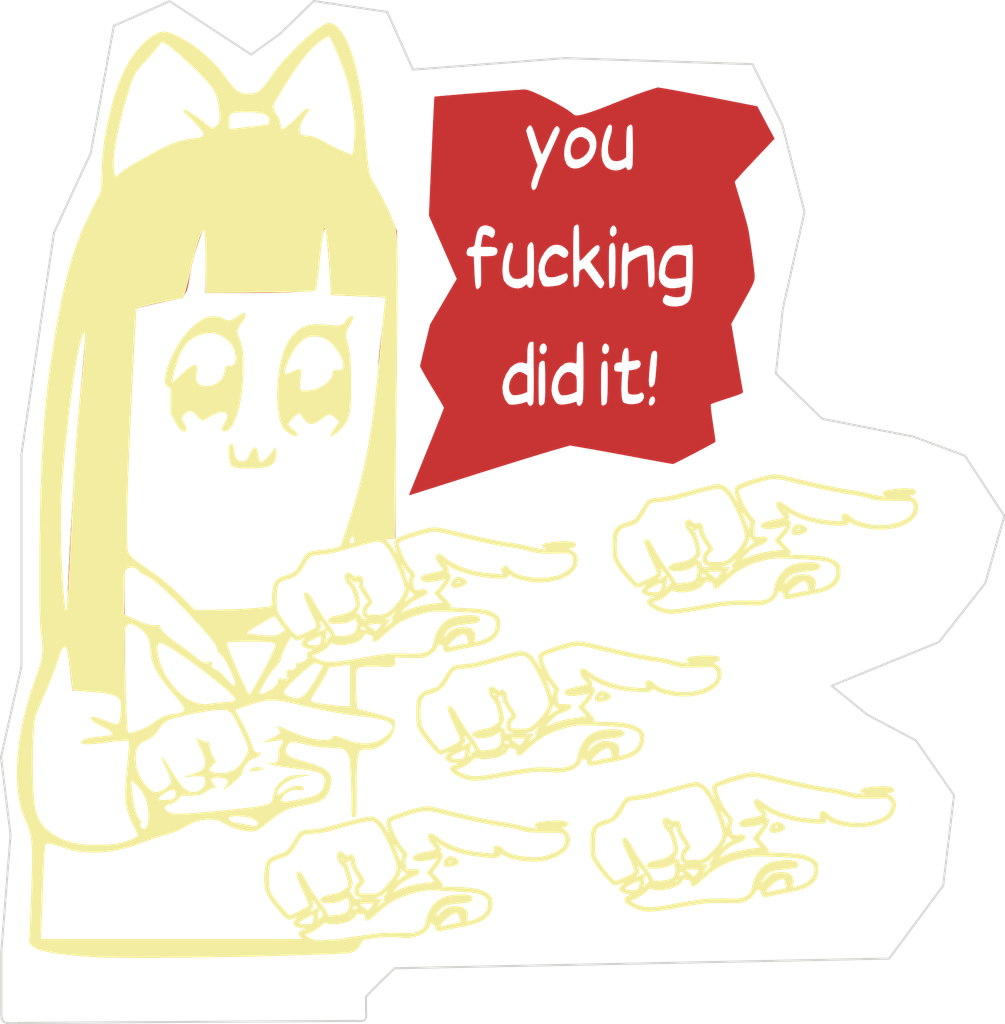
<source format=kicad_pcb>
(kicad_pcb (version 4) (host pcbnew 4.0.5+dfsg1-4)
  (layers (0 F.Cu signal) (31 B.Cu signal) (34 B.Paste user) (35 F.Paste user) (36 B.SilkS user) (37 F.SilkS user) (38 B.Mask user) (39 F.Mask user) (44 Edge.Cuts user))
  (net 0 "")
  (module LOGO (layer F.Cu) (at 90.59 73.58)
    (fp_text reference G*** hide)
    (fp_text value LOGO hide)
  )
  (module LOGO (layer F.Cu) (at 90.59 73.58)
    (fp_text reference G*** hide)
    (fp_text value LOGO hide)
    (fp_poly (pts (xy -12.392269 -18.15388) (xy -12.16409 -18.145428) (xy -11.885529 -18.13168) (xy -11.726333 -18.123269) (xy -10.7315 -18.07035) (xy -9.132698 -17.603938) (xy -8.069432 -16.891262) (xy -7.760403 -16.683316) (xy -7.513791 -16.514992) (xy -7.321078 -16.379688) (xy -7.173743 -16.270803) (xy -7.063269 -16.181739) (xy -6.981135 -16.105894) (xy -6.918823 -16.036668) (xy -6.867813 -15.96746) (xy -6.858 -15.952709) (xy -6.727611 -15.739381) (xy -6.576186 -15.468019) (xy -6.414132 -15.1592) (xy -6.251856 -14.833501) (xy -6.099764 -14.511501) (xy -5.968262 -14.213777) (xy -5.922381 -14.102675) (xy -5.711637 -13.579183) (xy -5.713381 -9.795) (xy -5.714186 -9.202164) (xy -5.715998 -8.616911) (xy -5.718736 -8.047274) (xy -5.722318 -7.501287) (xy -5.726664 -6.986984) (xy -5.731692 -6.512396) (xy -5.73732 -6.085559) (xy -5.743467 -5.714505) (xy -5.750052 -5.407268) (xy -5.756994 -5.17188) (xy -5.761262 -5.069158) (xy -5.774433 -4.736799) (xy -5.784746 -4.348821) (xy -5.791748 -3.934241) (xy -5.794982 -3.522072) (xy -5.793994 -3.141331) (xy -5.792949 -3.048) (xy -5.789837 -2.745597) (xy -5.787565 -2.377199) (xy -5.786158 -1.961474) (xy -5.785643 -1.51709) (xy -5.786045 -1.062713) (xy -5.787392 -0.617013) (xy -5.789083 -0.292371) (xy -5.799666 1.383757) (xy -6.38175 1.432475) (xy -6.758949 1.463927) (xy -7.059976 1.488399) (xy -7.293028 1.506021) (xy -7.4663 1.516922) (xy -7.587989 1.521231) (xy -7.66629 1.519079) (xy -7.7094 1.510595) (xy -7.725515 1.495909) (xy -7.72283 1.47515) (xy -7.712262 1.453526) (xy -7.680657 1.358305) (xy -7.645502 1.189995) (xy -7.6082 0.960031) (xy -7.570153 0.679847) (xy -7.532763 0.360876) (xy -7.497432 0.014552) (xy -7.465562 -0.347691) (xy -7.438554 -0.71442) (xy -7.430212 -0.846666) (xy -7.405676 -1.222072) (xy -7.380734 -1.528421) (xy -7.353576 -1.781311) (xy -7.32239 -1.996342) (xy -7.285366 -2.189112) (xy -7.263141 -2.286) (xy -7.199009 -2.57535) (xy -7.130807 -2.925351) (xy -7.060266 -3.323421) (xy -6.989114 -3.756972) (xy -6.919081 -4.213421) (xy -6.851897 -4.680183) (xy -6.789289 -5.144672) (xy -6.732987 -5.594303) (xy -6.684722 -6.016491) (xy -6.646221 -6.398652) (xy -6.619214 -6.7282) (xy -6.605431 -6.992551) (xy -6.604 -7.083116) (xy -6.598081 -7.252409) (xy -6.581706 -7.48236) (xy -6.556946 -7.749893) (xy -6.525873 -8.03193) (xy -6.501348 -8.226577) (xy -6.452125 -8.604077) (xy -6.406821 -8.968163) (xy -6.366435 -9.30938) (xy -6.331966 -9.618278) (xy -6.304413 -9.885401) (xy -6.284775 -10.101298) (xy -6.274052 -10.256515) (xy -6.273242 -10.341599) (xy -6.276439 -10.35455) (xy -6.32311 -10.362038) (xy -6.443183 -10.371627) (xy -6.625435 -10.382698) (xy -6.858644 -10.394628) (xy -7.131588 -10.406797) (xy -7.433047 -10.418585) (xy -7.435814 -10.418686) (xy -7.747476 -10.430591) (xy -8.039845 -10.442777) (xy -8.299638 -10.45461) (xy -8.513575 -10.465457) (xy -8.668376 -10.474685) (xy -8.747083 -10.481193) (xy -8.921665 -10.502255) (xy -8.950762 -11.103711) (xy -8.962632 -11.315923) (xy -8.979552 -11.572896) (xy -9.000384 -11.86118) (xy -9.023991 -12.167324) (xy -9.049235 -12.47788) (xy -9.07498 -12.779397) (xy -9.100087 -13.058425) (xy -9.12342 -13.301515) (xy -9.143841 -13.495218) (xy -9.160213 -13.626082) (xy -9.167703 -13.669206) (xy -9.196601 -13.732346) (xy -9.226191 -13.732706) (xy -9.27881 -13.632873) (xy -9.329717 -13.448724) (xy -9.378853 -13.180595) (xy -9.426158 -12.82882) (xy -9.471574 -12.393735) (xy -9.482212 -12.276666) (xy -9.521024 -11.878722) (xy -9.562401 -11.528225) (xy -9.605147 -11.232522) (xy -9.648065 -10.998962) (xy -9.689956 -10.834891) (xy -9.729625 -10.747658) (xy -9.731746 -10.745206) (xy -9.780737 -10.731532) (xy -9.8992 -10.712276) (xy -10.072282 -10.689458) (xy -10.285132 -10.665099) (xy -10.432096 -10.649956) (xy -10.641735 -10.631886) (xy -10.876523 -10.617062) (xy -11.145504 -10.605255) (xy -11.457721 -10.596238) (xy -11.822219 -10.589781) (xy -12.24804 -10.585655) (xy -12.744229 -10.583633) (xy -13.067346 -10.583333) (xy -15.028333 -10.583333) (xy -15.028333 -12.019911) (xy -15.029274 -12.447535) (xy -15.032451 -12.797609) (xy -15.038401 -13.077229) (xy -15.047658 -13.293494) (xy -15.060757 -13.453503) (xy -15.078232 -13.564353) (xy -15.100618 -13.633142) (xy -15.12845 -13.666969) (xy -15.152923 -13.673666) (xy -15.1782 -13.63528) (xy -15.224037 -13.528261) (xy -15.285847 -13.364822) (xy -15.359039 -13.157177) (xy -15.439024 -12.917537) (xy -15.451217 -12.879916) (xy -15.576567 -12.474051) (xy -15.673982 -12.11477) (xy -15.750978 -11.771772) (xy -15.815069 -11.414754) (xy -15.816019 -11.408833) (xy -15.86104 -11.13906) (xy -15.899878 -10.937328) (xy -15.936788 -10.787655) (xy -15.976022 -10.674061) (xy -16.021834 -10.580564) (xy -16.048006 -10.537191) (xy -16.171465 -10.342882) (xy -17.282649 -10.098144) (xy -17.578024 -10.032362) (xy -17.846 -9.971293) (xy -18.075516 -9.91757) (xy -18.255506 -9.873827) (xy -18.374909 -9.842697) (xy -18.422661 -9.826814) (xy -18.422691 -9.826786) (xy -18.42906 -9.781266) (xy -18.43888 -9.656973) (xy -18.451865 -9.459718) (xy -18.467735 -9.195313) (xy -18.486203 -8.869569) (xy -18.506988 -8.488298) (xy -18.529806 -8.05731) (xy -18.554373 -7.582417) (xy -18.580406 -7.069431) (xy -18.607621 -6.524162) (xy -18.635735 -5.952423) (xy -18.664464 -5.360024) (xy -18.693526 -4.752776) (xy -18.722635 -4.136492) (xy -18.75151 -3.516982) (xy -18.779866 -2.900058) (xy -18.80742 -2.291532) (xy -18.833888 -1.697213) (xy -18.858988 -1.122915) (xy -18.882434 -0.574447) (xy -18.903945 -0.057622) (xy -18.923237 0.421749) (xy -18.925795 0.486834) (xy -18.943766 0.9554) (xy -18.958978 1.378726) (xy -18.971557 1.768297) (xy -18.981632 2.1356) (xy -18.98933 2.492122) (xy -18.994779 2.849349) (xy -18.998106 3.218769) (xy -18.99944 3.611868) (xy -18.998909 4.040132) (xy -18.996639 4.515048) (xy -18.992758 5.048104) (xy -18.987396 5.650785) (xy -18.985461 5.852584) (xy -18.955566 8.932334) (xy -19.203866 8.926559) (xy -19.31667 8.922123) (xy -19.498593 8.912806) (xy -19.734284 8.899493) (xy -20.008394 8.883068) (xy -20.305571 8.864417) (xy -20.489333 8.852475) (xy -21.5265 8.784167) (xy -21.619442 8.043334) (xy -21.654129 7.731178) (xy -21.683317 7.387245) (xy -21.707749 6.99918) (xy -21.728172 6.554629) (xy -21.745329 6.041238) (xy -21.749627 5.884334) (xy -21.757716 5.558261) (xy -21.763567 5.266911) (xy -21.766922 4.998554) (xy -21.767525 4.741459) (xy -21.765118 4.483895) (xy -21.759442 4.214131) (xy -21.750241 3.920437) (xy -21.737256 3.591081) (xy -21.72023 3.214333) (xy -21.698906 2.778462) (xy -21.673025 2.271737) (xy -21.668282 2.180167) (xy -21.608327 1.070888) (xy -21.543401 -0.044043) (xy -21.474366 -1.152133) (xy -21.402082 -2.240889) (xy -21.327413 -3.297817) (xy -21.251219 -4.310424) (xy -21.174362 -5.266216) (xy -21.097704 -6.1527) (xy -21.080301 -6.344281) (xy -21.039212 -6.796648) (xy -20.99617 -7.278407) (xy -20.952805 -7.770812) (xy -20.910742 -8.255117) (xy -20.87161 -8.712577) (xy -20.837036 -9.124447) (xy -20.808646 -9.471982) (xy -20.807059 -9.491832) (xy -20.745972 -10.213657) (xy -20.678856 -10.92789) (xy -20.607192 -11.621382) (xy -20.532458 -12.280988) (xy -20.456135 -12.893558) (xy -20.379703 -13.445945) (xy -20.315078 -13.862448) (xy -20.18263 -14.665063) (xy -19.812828 -15.217115) (xy -19.443025 -15.769166) (xy -18.071762 -16.622034) (xy -16.7005 -17.474902) (xy -15.769166 -17.70981) (xy -15.44371 -17.790268) (xy -15.16547 -17.854398) (xy -14.91164 -17.906219) (xy -14.659416 -17.949752) (xy -14.385992 -17.989014) (xy -14.068562 -18.028024) (xy -13.7795 -18.060453) (xy -13.450044 -18.096123) (xy -13.185512 -18.12297) (xy -12.966686 -18.141581) (xy -12.774349 -18.152545) (xy -12.589282 -18.156448) (xy -12.392269 -18.15388)) (layer F.Cu) (width 0.01))
    (fp_poly (pts (xy 7.5565 -20.496886) (xy 7.716355 -20.468787) (xy 7.947412 -20.426443) (xy 8.237828 -20.372107) (xy 8.57576 -20.308031) (xy 8.949367 -20.236468) (xy 9.346805 -20.159669) (xy 9.756232 -20.079887) (xy 9.98133 -20.035729) (xy 11.855826 -19.667097) (xy 12.114623 -19.178632) (xy 12.230787 -18.960052) (xy 12.350558 -18.735821) (xy 12.459085 -18.533682) (xy 12.535068 -18.393214) (xy 12.696715 -18.096262) (xy 11.724691 -17.068681) (xy 11.4929 -16.822327) (xy 11.280896 -16.594476) (xy 11.095469 -16.392623) (xy 10.943411 -16.224265) (xy 10.831511 -16.096896) (xy 10.766561 -16.018014) (xy 10.752667 -15.995673) (xy 10.764621 -15.944008) (xy 10.798199 -15.823157) (xy 10.849977 -15.644811) (xy 10.916531 -15.42066) (xy 10.994435 -15.162394) (xy 11.052926 -14.970707) (xy 11.14141 -14.677351) (xy 11.224594 -14.392823) (xy 11.298032 -14.133017) (xy 11.357276 -13.913823) (xy 11.397881 -13.751134) (xy 11.410258 -13.693597) (xy 11.445364 -13.497394) (xy 11.485176 -13.253183) (xy 11.527633 -12.975988) (xy 11.570677 -12.680832) (xy 11.612249 -12.382738) (xy 11.650289 -12.096732) (xy 11.682738 -11.837835) (xy 11.707537 -11.621072) (xy 11.722626 -11.461467) (xy 11.726334 -11.38759) (xy 11.724077 -11.312197) (xy 11.714569 -11.237873) (xy 11.693703 -11.155695) (xy 11.657374 -11.056741) (xy 11.601474 -10.932091) (xy 11.521897 -10.772821) (xy 11.414536 -10.570012) (xy 11.275285 -10.31474) (xy 11.100038 -9.998086) (xy 11.022946 -9.859436) (xy 10.584819 -9.07204) (xy 10.85956 -7.467603) (xy 10.921496 -7.106607) (xy 10.979569 -6.769463) (xy 11.032094 -6.465848) (xy 11.077389 -6.205436) (xy 11.113769 -5.997904) (xy 11.13955 -5.852927) (xy 11.153049 -5.780179) (xy 11.15396 -5.775874) (xy 11.154535 -5.743471) (xy 11.133808 -5.712731) (xy 11.081584 -5.6791) (xy 10.987664 -5.638026) (xy 10.841853 -5.584953) (xy 10.633952 -5.515331) (xy 10.402226 -5.440195) (xy 10.159357 -5.360914) (xy 9.943657 -5.288459) (xy 9.768353 -5.227439) (xy 9.646673 -5.182464) (xy 9.591844 -5.158141) (xy 9.591096 -5.157551) (xy 9.583805 -5.104362) (xy 9.591075 -4.97529) (xy 9.612129 -4.77772) (xy 9.646188 -4.519035) (xy 9.688962 -4.229372) (xy 9.728952 -3.965211) (xy 9.763143 -3.730891) (xy 9.78984 -3.538738) (xy 9.807351 -3.401078) (xy 9.813983 -3.330239) (xy 9.813365 -3.323452) (xy 9.761195 -3.290055) (xy 9.647208 -3.225426) (xy 9.483442 -3.135858) (xy 9.281936 -3.027643) (xy 9.054729 -2.907075) (xy 8.81386 -2.780447) (xy 8.571367 -2.654051) (xy 8.339289 -2.534181) (xy 8.129665 -2.427129) (xy 7.954533 -2.339189) (xy 7.825932 -2.276653) (xy 7.7559 -2.245815) (xy 7.747691 -2.243666) (xy 7.69202 -2.251267) (xy 7.562382 -2.272962) (xy 7.368001 -2.307088) (xy 7.118097 -2.351983) (xy 6.821893 -2.405987) (xy 6.488611 -2.467436) (xy 6.127472 -2.534669) (xy 5.987374 -2.560915) (xy 5.580911 -2.636821) (xy 5.166953 -2.713448) (xy 4.760577 -2.788051) (xy 4.376862 -2.857888) (xy 4.030885 -2.920214) (xy 3.737724 -2.972284) (xy 3.512458 -3.011356) (xy 3.509858 -3.011797) (xy 2.722883 -3.145432) (xy 2.100284 -2.967565) (xy 1.810964 -2.883308) (xy 1.446682 -2.774522) (xy 1.012971 -2.64292) (xy 0.515367 -2.490215) (xy -0.040597 -2.318122) (xy -0.649387 -2.128356) (xy -1.305468 -1.92263) (xy -2.003306 -1.702658) (xy -2.737367 -1.470154) (xy -2.8575 -1.432003) (xy -3.344259 -1.27738) (xy -3.756404 -1.146496) (xy -4.100007 -1.037433) (xy -4.38114 -0.948272) (xy -4.605873 -0.877096) (xy -4.780279 -0.821987) (xy -4.910429 -0.781027) (xy -5.002395 -0.752296) (xy -5.062248 -0.733879) (xy -5.096061 -0.723856) (xy -5.109904 -0.720309) (xy -5.110702 -0.720213) (xy -5.10461 -0.753883) (xy -5.078057 -0.83061) (xy -5.054199 -0.890734) (xy -5.001661 -1.021376) (xy -4.92365 -1.214617) (xy -4.823369 -1.462542) (xy -4.704024 -1.757235) (xy -4.568818 -2.090777) (xy -4.420958 -2.455254) (xy -4.263647 -2.842747) (xy -4.225491 -2.936694) (xy -4.067827 -3.325748) (xy -3.920283 -3.691561) (xy -3.78587 -4.026545) (xy -3.667597 -4.323113) (xy -3.568478 -4.573679) (xy -3.491522 -4.770656) (xy -3.43974 -4.906457) (xy -3.416145 -4.973496) (xy -3.414997 -4.978806) (xy -3.436254 -5.026128) (xy -3.496226 -5.135542) (xy -3.589125 -5.297114) (xy -3.709163 -5.500911) (xy -3.850551 -5.736997) (xy -4.004028 -5.989757) (xy -4.005528 -5.992244) (xy -0.57236 -5.992244) (xy -0.553552 -5.69288) (xy -0.461969 -5.4174) (xy -0.444779 -5.384354) (xy -0.340209 -5.225639) (xy -0.242553 -5.144154) (xy -0.222186 -5.137045) (xy -0.093842 -5.125878) (xy 0.081153 -5.136595) (xy 0.268915 -5.164955) (xy 0.43556 -5.206718) (xy 0.488043 -5.225944) (xy 0.583716 -5.261407) (xy 0.6305 -5.256098) (xy 0.656378 -5.204731) (xy 0.659959 -5.193457) (xy 0.719511 -5.086282) (xy 0.797712 -5.058188) (xy 0.88091 -5.109993) (xy 0.926353 -5.177495) (xy 0.940781 -5.234444) (xy 0.951905 -5.347782) (xy 0.959847 -5.522566) (xy 0.96473 -5.763854) (xy 0.966678 -6.076702) (xy 0.966508 -6.153543) (xy 1.185334 -6.153543) (xy 1.186454 -5.876742) (xy 1.189589 -5.626128) (xy 1.194404 -5.414898) (xy 1.20056 -5.256252) (xy 1.207721 -5.163391) (xy 1.211029 -5.146962) (xy 1.268658 -5.088579) (xy 1.354366 -5.091311) (xy 1.440925 -5.152168) (xy 1.4581 -5.174086) (xy 1.480223 -5.21829) (xy 1.496948 -5.286613) (xy 1.508968 -5.38993) (xy 1.516976 -5.539115) (xy 1.521667 -5.745041) (xy 1.522248 -5.822126) (xy 1.822685 -5.822126) (xy 1.833683 -5.687397) (xy 1.867348 -5.565626) (xy 1.916985 -5.447996) (xy 1.990434 -5.312979) (xy 2.069135 -5.206775) (xy 2.11976 -5.163011) (xy 2.233438 -5.135077) (xy 2.400967 -5.133478) (xy 2.596458 -5.156084) (xy 2.794024 -5.200766) (xy 2.86849 -5.224576) (xy 2.978771 -5.260701) (xy 3.031261 -5.265018) (xy 3.047147 -5.236231) (xy 3.048 -5.213589) (xy 3.076243 -5.118) (xy 3.143863 -5.065133) (xy 3.202891 -5.067271) (xy 3.26363 -5.118966) (xy 3.324733 -5.210028) (xy 3.342396 -5.258001) (xy 3.356506 -5.332043) (xy 3.367421 -5.440817) (xy 3.3755 -5.592982) (xy 3.381102 -5.797201) (xy 3.384586 -6.062134) (xy 3.384857 -6.114803) (xy 4.233334 -6.114803) (xy 4.23458 -5.83502) (xy 4.238076 -5.583843) (xy 4.243455 -5.373546) (xy 4.250354 -5.216405) (xy 4.258406 -5.124697) (xy 4.263341 -5.106436) (xy 4.338729 -5.082581) (xy 4.431029 -5.114755) (xy 4.507867 -5.190143) (xy 4.5174 -5.207) (xy 4.532407 -5.278288) (xy 4.54545 -5.418569) (xy 4.556308 -5.612188) (xy 4.564759 -5.843491) (xy 4.570583 -6.096822) (xy 4.573558 -6.356525) (xy 4.573465 -6.606945) (xy 4.570083 -6.832428) (xy 4.567031 -6.914291) (xy 4.874304 -6.914291) (xy 4.876381 -6.887794) (xy 4.891301 -6.802856) (xy 4.930932 -6.760942) (xy 5.020284 -6.743299) (xy 5.074996 -6.738876) (xy 5.260491 -6.725586) (xy 5.232059 -6.20971) (xy 5.222698 -5.893363) (xy 5.231272 -5.626932) (xy 5.256852 -5.419886) (xy 5.298512 -5.281694) (xy 5.327072 -5.239328) (xy 5.395901 -5.202196) (xy 5.508214 -5.16808) (xy 5.532931 -5.162823) (xy 5.655656 -5.145729) (xy 5.781311 -5.147097) (xy 5.941068 -5.16846) (xy 6.049277 -5.188233) (xy 6.139255 -5.227629) (xy 6.56187 -5.227629) (xy 6.575017 -5.131468) (xy 6.589889 -5.108222) (xy 6.670488 -5.077734) (xy 6.761299 -5.11544) (xy 6.839251 -5.211681) (xy 6.839868 -5.212868) (xy 6.879078 -5.339221) (xy 6.868891 -5.44528) (xy 6.821978 -5.516799) (xy 6.751007 -5.539532) (xy 6.668649 -5.499234) (xy 6.627567 -5.45158) (xy 6.580768 -5.346919) (xy 6.56187 -5.227629) (xy 6.139255 -5.227629) (xy 6.18072 -5.245784) (xy 6.279414 -5.348065) (xy 6.334819 -5.472723) (xy 6.336395 -5.597407) (xy 6.285374 -5.688911) (xy 6.223432 -5.737232) (xy 6.170749 -5.721429) (xy 6.140552 -5.695841) (xy 6.054008 -5.654049) (xy 5.926926 -5.631593) (xy 5.787468 -5.6284) (xy 5.663795 -5.644398) (xy 5.584068 -5.679515) (xy 5.571363 -5.697296) (xy 5.557471 -5.781251) (xy 5.55071 -5.925927) (xy 5.55082 -6.1077) (xy 5.556729 -6.279379) (xy 6.561316 -6.279379) (xy 6.575214 -6.098505) (xy 6.61498 -5.994446) (xy 6.679031 -5.968837) (xy 6.765779 -6.023316) (xy 6.787436 -6.045861) (xy 6.818378 -6.084573) (xy 6.84294 -6.131836) (xy 6.863092 -6.19966) (xy 6.880806 -6.30006) (xy 6.898054 -6.445048) (xy 6.916806 -6.646637) (xy 6.939034 -6.91684) (xy 6.947155 -7.01914) (xy 6.966071 -7.271311) (xy 6.976511 -7.452582) (xy 6.97826 -7.576313) (xy 6.971102 -7.655867) (xy 6.954822 -7.704605) (xy 6.935697 -7.729779) (xy 6.849267 -7.771297) (xy 6.764913 -7.736177) (xy 6.698665 -7.631293) (xy 6.697271 -7.627541) (xy 6.677805 -7.541617) (xy 6.655099 -7.390939) (xy 6.631145 -7.195261) (xy 6.607936 -6.974332) (xy 6.587462 -6.747907) (xy 6.571717 -6.535735) (xy 6.562691 -6.35757) (xy 6.561316 -6.279379) (xy 5.556729 -6.279379) (xy 5.557541 -6.302949) (xy 5.570611 -6.48805) (xy 5.581125 -6.582405) (xy 5.609167 -6.793643) (xy 5.814255 -6.822885) (xy 6.010495 -6.875367) (xy 6.132944 -6.965701) (xy 6.180132 -7.092734) (xy 6.180667 -7.110094) (xy 6.153699 -7.23655) (xy 6.072396 -7.2981) (xy 5.962827 -7.300207) (xy 5.82507 -7.278592) (xy 5.715 -7.261225) (xy 5.588 -7.241116) (xy 5.588 -7.558887) (xy 5.583893 -7.732149) (xy 5.569531 -7.837161) (xy 5.541855 -7.890033) (xy 5.522923 -7.901629) (xy 5.429168 -7.899559) (xy 5.35237 -7.81955) (xy 5.296025 -7.667252) (xy 5.267135 -7.488343) (xy 5.238394 -7.196666) (xy 5.097186 -7.196666) (xy 4.966098 -7.165192) (xy 4.891733 -7.070967) (xy 4.874304 -6.914291) (xy 4.567031 -6.914291) (xy 4.563189 -7.017318) (xy 4.552565 -7.14596) (xy 4.545318 -7.186083) (xy 4.493327 -7.263777) (xy 4.412055 -7.274541) (xy 4.324211 -7.218266) (xy 4.299234 -7.187247) (xy 4.277535 -7.143977) (xy 4.261022 -7.077064) (xy 4.249042 -6.975871) (xy 4.240942 -6.829758) (xy 4.236068 -6.62809) (xy 4.233766 -6.360228) (xy 4.233334 -6.114803) (xy 3.384857 -6.114803) (xy 3.386311 -6.396442) (xy 3.386667 -6.704269) (xy 3.385898 -7.039496) (xy 3.383719 -7.34927) (xy 3.380317 -7.622988) (xy 3.375937 -7.847232) (xy 4.282738 -7.847232) (xy 4.295641 -7.720302) (xy 4.320864 -7.656981) (xy 4.39231 -7.591509) (xy 4.483066 -7.594536) (xy 4.570602 -7.660954) (xy 4.609045 -7.722304) (xy 4.642157 -7.87129) (xy 4.606259 -8.008528) (xy 4.516431 -8.102448) (xy 4.432591 -8.116106) (xy 4.359903 -8.064927) (xy 4.307055 -7.968705) (xy 4.282738 -7.847232) (xy 3.375937 -7.847232) (xy 3.375882 -7.850047) (xy 3.370603 -8.019845) (xy 3.364668 -8.121778) (xy 3.360971 -8.145704) (xy 3.302544 -8.20469) (xy 3.211464 -8.198063) (xy 3.125417 -8.142605) (xy 3.091136 -8.100482) (xy 3.068558 -8.037202) (xy 3.055382 -7.936354) (xy 3.049304 -7.781531) (xy 3.048 -7.590783) (xy 3.047294 -7.383857) (xy 3.043545 -7.248533) (xy 3.034313 -7.171746) (xy 3.017154 -7.140432) (xy 2.989626 -7.141529) (xy 2.966117 -7.152844) (xy 2.829491 -7.190379) (xy 2.660428 -7.190248) (xy 2.501621 -7.153816) (xy 2.463815 -7.136778) (xy 2.254307 -6.982418) (xy 2.076223 -6.763384) (xy 1.93918 -6.49681) (xy 1.852797 -6.199834) (xy 1.828741 -6.005279) (xy 1.822685 -5.822126) (xy 1.522248 -5.822126) (xy 1.523732 -6.018583) (xy 1.524 -6.20779) (xy 1.52288 -6.484591) (xy 1.519744 -6.735205) (xy 1.51493 -6.946435) (xy 1.508773 -7.105081) (xy 1.501612 -7.197942) (xy 1.498304 -7.214371) (xy 1.440676 -7.272754) (xy 1.354968 -7.270022) (xy 1.268409 -7.209165) (xy 1.251234 -7.187247) (xy 1.229111 -7.143043) (xy 1.212386 -7.07472) (xy 1.200366 -6.971403) (xy 1.192357 -6.822218) (xy 1.187667 -6.616292) (xy 1.185602 -6.34275) (xy 1.185334 -6.153543) (xy 0.966508 -6.153543) (xy 0.965812 -6.466166) (xy 0.964055 -6.731) (xy 0.955282 -7.8399) (xy 1.230627 -7.8399) (xy 1.24877 -7.712203) (xy 1.27149 -7.65955) (xy 1.346539 -7.589489) (xy 1.442198 -7.589943) (xy 1.533923 -7.659809) (xy 1.542766 -7.671753) (xy 1.599751 -7.81371) (xy 1.59342 -7.96293) (xy 1.549737 -8.053916) (xy 1.466891 -8.118194) (xy 1.382872 -8.113786) (xy 1.308363 -8.055837) (xy 1.254053 -7.959493) (xy 1.230627 -7.8399) (xy 0.955282 -7.8399) (xy 0.9525 -8.1915) (xy 0.859694 -8.204707) (xy 0.769624 -8.187232) (xy 0.703707 -8.102734) (xy 0.660499 -7.946918) (xy 0.638558 -7.715489) (xy 0.635 -7.535946) (xy 0.634142 -7.343475) (xy 0.629619 -7.221995) (xy 0.61851 -7.157833) (xy 0.597891 -7.137316) (xy 0.56484 -7.146771) (xy 0.553117 -7.152844) (xy 0.383934 -7.198222) (xy 0.194416 -7.17555) (xy 0.004287 -7.091367) (xy -0.166727 -6.952211) (xy -0.212765 -6.898946) (xy -0.399904 -6.608746) (xy -0.520456 -6.302022) (xy -0.57236 -5.992244) (xy -4.005528 -5.992244) (xy -4.160384 -6.248883) (xy -4.300126 -6.486801) (xy -4.417578 -6.693331) (xy -4.507066 -6.858292) (xy -4.562915 -6.971504) (xy -4.579574 -7.022284) (xy -4.566073 -7.08152) (xy -4.535552 -7.210621) (xy -4.490978 -7.39718) (xy -4.435323 -7.628791) (xy -4.371558 -7.893046) (xy -4.330061 -8.0645) (xy -4.094141 -9.038166) (xy -3.441779 -10.148265) (xy -2.789417 -11.258363) (xy -3.356169 -12.547754) (xy -2.32228 -12.547754) (xy -2.320727 -12.524043) (xy -2.303957 -12.431835) (xy -2.259747 -12.38644) (xy -2.161771 -12.364437) (xy -2.137833 -12.361333) (xy -1.9685 -12.340166) (xy -1.939213 -11.606639) (xy -1.923812 -11.291448) (xy -1.904637 -11.054741) (xy -1.879527 -10.890349) (xy -1.846322 -10.792105) (xy -1.802862 -10.753839) (xy -1.746986 -10.769384) (xy -1.676535 -10.832573) (xy -1.670451 -10.839229) (xy -1.641657 -10.878285) (xy -1.621287 -10.930571) (xy -1.608233 -11.009404) (xy -1.601385 -11.128099) (xy -1.599634 -11.299974) (xy -1.601869 -11.538344) (xy -1.603445 -11.643562) (xy -1.604611 -11.717426) (xy -0.572955 -11.717426) (xy -0.561082 -11.456244) (xy -0.518872 -11.243172) (xy -0.48309 -11.154833) (xy -0.359912 -10.994979) (xy -0.190976 -10.877018) (xy 0.00316 -10.8064) (xy 0.201944 -10.788575) (xy 0.384819 -10.82899) (xy 0.493603 -10.895918) (xy 0.610927 -10.996836) (xy 0.655777 -10.906876) (xy 0.728724 -10.819083) (xy 0.811028 -10.812589) (xy 0.890243 -10.88688) (xy 0.907718 -10.917265) (xy 0.929974 -10.974486) (xy 0.946808 -11.056115) (xy 0.9589 -11.173253) (xy 0.966926 -11.336999) (xy 0.971567 -11.558454) (xy 0.9721 -11.638613) (xy 1.177555 -11.638613) (xy 1.222977 -11.326183) (xy 1.342842 -11.034468) (xy 1.382313 -10.969834) (xy 1.420273 -10.920466) (xy 1.467713 -10.892149) (xy 1.545183 -10.880803) (xy 1.673231 -10.882347) (xy 1.79289 -10.888306) (xy 2.026479 -10.912065) (xy 2.210847 -10.953165) (xy 2.286 -10.983007) (xy 2.470212 -11.095838) (xy 2.579439 -11.211199) (xy 2.622964 -11.339839) (xy 2.624667 -11.375208) (xy 2.609578 -11.478255) (xy 2.572669 -11.536946) (xy 2.568813 -11.538757) (xy 2.502752 -11.533445) (xy 2.388945 -11.497685) (xy 2.283063 -11.453175) (xy 2.006789 -11.362517) (xy 1.83574 -11.345747) (xy 1.705617 -11.349451) (xy 1.630763 -11.371523) (xy 1.58183 -11.427445) (xy 1.545443 -11.498897) (xy 1.499495 -11.686684) (xy 1.51634 -11.896626) (xy 1.587966 -12.104459) (xy 1.70636 -12.285915) (xy 1.844884 -12.405758) (xy 1.969554 -12.470332) (xy 2.068696 -12.478973) (xy 2.176037 -12.429713) (xy 2.243667 -12.3825) (xy 2.384695 -12.298605) (xy 2.492287 -12.285822) (xy 2.561313 -12.332277) (xy 2.878667 -12.332277) (xy 2.879051 -11.938071) (xy 2.880442 -11.620348) (xy 2.8832 -11.370927) (xy 2.887685 -11.181626) (xy 2.894256 -11.044264) (xy 2.903273 -10.950661) (xy 2.915096 -10.892634) (xy 2.930084 -10.862002) (xy 2.943744 -10.852037) (xy 3.021223 -10.859049) (xy 3.09191 -10.90226) (xy 3.135727 -10.956466) (xy 3.161193 -11.034859) (xy 3.172761 -11.159003) (xy 3.175 -11.304692) (xy 3.177027 -11.471836) (xy 3.187217 -11.576242) (xy 3.211734 -11.639814) (xy 3.256741 -11.684459) (xy 3.28789 -11.705897) (xy 3.371776 -11.75209) (xy 3.421151 -11.746644) (xy 3.44664 -11.720007) (xy 3.490634 -11.661387) (xy 3.5714 -11.55275) (xy 3.675473 -11.41223) (xy 3.741536 -11.322824) (xy 3.905223 -11.104072) (xy 4.029115 -10.948695) (xy 4.121694 -10.850513) (xy 4.191441 -10.803345) (xy 4.246836 -10.801012) (xy 4.29636 -10.837333) (xy 4.336766 -10.889086) (xy 4.387557 -10.994364) (xy 4.402667 -11.073033) (xy 4.378094 -11.139188) (xy 4.31088 -11.256302) (xy 4.210779 -11.40883) (xy 4.087548 -11.581225) (xy 4.064 -11.612719) (xy 3.938702 -11.781637) (xy 3.885561 -11.855699) (xy 4.614334 -11.855699) (xy 4.615476 -11.572259) (xy 4.618682 -11.317433) (xy 4.623622 -11.103298) (xy 4.629967 -10.94193) (xy 4.637385 -10.845404) (xy 4.642556 -10.823222) (xy 4.720265 -10.797144) (xy 4.816007 -10.849027) (xy 4.851189 -10.884014) (xy 4.87928 -10.92222) (xy 4.900475 -10.974421) (xy 4.91603 -11.052804) (xy 4.927196 -11.169557) (xy 4.928586 -11.19852) (xy 5.236989 -11.19852) (xy 5.239611 -11.020964) (xy 5.246119 -10.89755) (xy 5.257019 -10.818116) (xy 5.272822 -10.772498) (xy 5.291667 -10.751946) (xy 5.344818 -10.720012) (xy 5.380376 -10.723648) (xy 5.43152 -10.772952) (xy 5.459351 -10.802982) (xy 5.495272 -10.849318) (xy 5.519656 -10.908007) (xy 5.534686 -10.99516) (xy 5.542545 -11.126889) (xy 5.545418 -11.319304) (xy 5.545667 -11.439907) (xy 5.546548 -11.665023) (xy 5.550884 -11.821799) (xy 5.56121 -11.926559) (xy 5.580063 -11.995625) (xy 5.60998 -12.045318) (xy 5.645815 -12.08433) (xy 5.752372 -12.169033) (xy 5.895952 -12.254737) (xy 6.05665 -12.333067) (xy 6.21456 -12.395645) (xy 6.349778 -12.434096) (xy 6.442396 -12.440044) (xy 6.465514 -12.429264) (xy 6.476357 -12.37914) (xy 6.488011 -12.258355) (xy 6.499556 -12.080899) (xy 6.510071 -11.860759) (xy 6.518157 -11.628732) (xy 6.526361 -11.356347) (xy 6.534001 -11.156939) (xy 6.542839 -11.018851) (xy 6.554638 -10.930425) (xy 6.571158 -10.880004) (xy 6.594163 -10.85593) (xy 6.625414 -10.846546) (xy 6.636632 -10.844857) (xy 6.707635 -10.8527) (xy 6.762453 -10.912715) (xy 6.800951 -10.993023) (xy 6.826483 -11.067219) (xy 6.843606 -11.157212) (xy 6.853063 -11.277562) (xy 6.855597 -11.44283) (xy 6.854397 -11.51685) (xy 7.045023 -11.51685) (xy 7.067414 -11.254734) (xy 7.151772 -11.050086) (xy 7.298052 -10.903039) (xy 7.421673 -10.840153) (xy 7.59766 -10.803025) (xy 7.816336 -10.799612) (xy 8.043026 -10.829231) (xy 8.142439 -10.854357) (xy 8.339667 -10.913714) (xy 8.339667 -10.736776) (xy 8.322336 -10.561419) (xy 8.262311 -10.449691) (xy 8.147544 -10.390242) (xy 7.965989 -10.371724) (xy 7.952081 -10.371666) (xy 7.756521 -10.386386) (xy 7.588674 -10.425657) (xy 7.546243 -10.442871) (xy 7.446952 -10.485816) (xy 7.389346 -10.487257) (xy 7.339269 -10.443332) (xy 7.317595 -10.417015) (xy 7.251207 -10.285915) (xy 7.246691 -10.151611) (xy 7.272365 -10.088395) (xy 7.37428 -9.999209) (xy 7.534791 -9.93847) (xy 7.732111 -9.908032) (xy 7.944457 -9.909743) (xy 8.150043 -9.945457) (xy 8.297978 -10.00125) (xy 8.423868 -10.076445) (xy 8.516712 -10.165361) (xy 8.58287 -10.282764) (xy 8.628702 -10.443425) (xy 8.660566 -10.662112) (xy 8.680303 -10.889171) (xy 8.694533 -11.12716) (xy 8.705363 -11.393719) (xy 8.712783 -11.67505) (xy 8.716781 -11.957355) (xy 8.717347 -12.226836) (xy 8.714468 -12.469695) (xy 8.708134 -12.672132) (xy 8.698333 -12.820351) (xy 8.685054 -12.900552) (xy 8.681958 -12.907252) (xy 8.617092 -12.944419) (xy 8.566189 -12.931458) (xy 8.489303 -12.915138) (xy 8.352906 -12.902105) (xy 8.182148 -12.894501) (xy 8.121348 -12.893539) (xy 7.937439 -12.889538) (xy 7.811718 -12.876991) (xy 7.717734 -12.849564) (xy 7.629039 -12.800921) (xy 7.571546 -12.76186) (xy 7.386666 -12.581762) (xy 7.236434 -12.326275) (xy 7.122124 -11.997821) (xy 7.084645 -11.836298) (xy 7.045023 -11.51685) (xy 6.854397 -11.51685) (xy 6.851951 -11.667575) (xy 6.845913 -11.8745) (xy 6.835564 -12.12151) (xy 6.821731 -12.346394) (xy 6.805791 -12.532268) (xy 6.78912 -12.662254) (xy 6.777693 -12.711103) (xy 6.695062 -12.833396) (xy 6.564168 -12.892634) (xy 6.382966 -12.888787) (xy 6.149413 -12.821825) (xy 5.872484 -12.697335) (xy 5.744079 -12.633529) (xy 5.648391 -12.588675) (xy 5.607901 -12.573) (xy 5.596487 -12.611076) (xy 5.589289 -12.70831) (xy 5.588 -12.782168) (xy 5.577671 -12.933423) (xy 5.541706 -13.01253) (xy 5.472639 -13.030034) (xy 5.420904 -13.01821) (xy 5.372116 -12.990608) (xy 5.333297 -12.936275) (xy 5.303181 -12.846321) (xy 5.280504 -12.711853) (xy 5.263999 -12.52398) (xy 5.252402 -12.27381) (xy 5.244446 -11.952453) (xy 5.241361 -11.756715) (xy 5.237742 -11.440382) (xy 5.236989 -11.19852) (xy 4.928586 -11.19852) (xy 4.935227 -11.336868) (xy 4.941376 -11.566925) (xy 4.945775 -11.803838) (xy 4.948757 -12.074021) (xy 4.948686 -12.327231) (xy 4.945788 -12.546638) (xy 4.940288 -12.71541) (xy 4.932411 -12.816716) (xy 4.932228 -12.817957) (xy 4.892671 -12.960328) (xy 4.831372 -13.026741) (xy 4.753723 -13.014087) (xy 4.692406 -12.956369) (xy 4.667549 -12.919245) (xy 4.648566 -12.869837) (xy 4.634678 -12.797161) (xy 4.625105 -12.690235) (xy 4.619069 -12.538073) (xy 4.61579 -12.329692) (xy 4.614489 -12.054107) (xy 4.614334 -11.855699) (xy 3.885561 -11.855699) (xy 3.83435 -11.92707) (xy 3.760448 -12.035414) (xy 3.726498 -12.093064) (xy 3.725334 -12.097514) (xy 3.753492 -12.143852) (xy 3.826191 -12.226948) (xy 3.898156 -12.299825) (xy 4.07073 -12.49337) (xy 4.162583 -12.661681) (xy 4.173779 -12.804873) (xy 4.172472 -12.810393) (xy 4.134276 -12.892154) (xy 4.071336 -12.915742) (xy 3.978319 -12.878527) (xy 3.849891 -12.777877) (xy 3.680719 -12.611163) (xy 3.605308 -12.530666) (xy 3.467145 -12.38416) (xy 3.347789 -12.263758) (xy 3.259665 -12.181574) (xy 3.215202 -12.149722) (xy 3.214471 -12.149666) (xy 3.201608 -12.190357) (xy 3.190785 -12.305888) (xy 3.182446 -12.486449) (xy 3.177038 -12.722227) (xy 3.175005 -13.003412) (xy 3.175 -13.018828) (xy 3.174219 -13.316383) (xy 3.171363 -13.539851) (xy 3.17065 -13.559867) (xy 4.660836 -13.559867) (xy 4.675911 -13.441046) (xy 4.725087 -13.357294) (xy 4.78721 -13.312559) (xy 4.851381 -13.328537) (xy 4.883019 -13.348307) (xy 4.963835 -13.435052) (xy 4.997774 -13.508954) (xy 5.003186 -13.631826) (xy 4.971383 -13.754614) (xy 4.913544 -13.84235) (xy 4.885582 -13.859812) (xy 4.800869 -13.85568) (xy 4.73043 -13.78946) (xy 4.681381 -13.683431) (xy 4.660836 -13.559867) (xy 3.17065 -13.559867) (xy 3.165663 -13.6998) (xy 3.15635 -13.806801) (xy 3.142654 -13.871422) (xy 3.123806 -13.904232) (xy 3.109923 -13.912963) (xy 3.032444 -13.90595) (xy 2.961757 -13.86274) (xy 2.939499 -13.839197) (xy 2.921612 -13.807247) (xy 2.907617 -13.75812) (xy 2.89704 -13.683043) (xy 2.889405 -13.573246) (xy 2.884234 -13.419956) (xy 2.881052 -13.214402) (xy 2.879382 -12.947813) (xy 2.878749 -12.611416) (xy 2.878667 -12.332277) (xy 2.561313 -12.332277) (xy 2.578942 -12.344141) (xy 2.607191 -12.382191) (xy 2.654878 -12.508193) (xy 2.624974 -12.629398) (xy 2.51488 -12.752602) (xy 2.445162 -12.805833) (xy 2.300838 -12.890935) (xy 2.163331 -12.926172) (xy 2.062683 -12.929718) (xy 1.901382 -12.910237) (xy 1.762553 -12.849256) (xy 1.627239 -12.734705) (xy 1.479279 -12.558184) (xy 1.306573 -12.268815) (xy 1.20571 -11.957558) (xy 1.177555 -11.638613) (xy 0.9721 -11.638613) (xy 0.973499 -11.848718) (xy 0.973667 -11.996374) (xy 0.973033 -12.308806) (xy 0.970623 -12.547486) (xy 0.965671 -12.72332) (xy 0.957413 -12.847217) (xy 0.945083 -12.930085) (xy 0.927917 -12.982832) (xy 0.905149 -13.016364) (xy 0.901904 -13.019715) (xy 0.849306 -13.062236) (xy 0.804356 -13.052836) (xy 0.738022 -12.984369) (xy 0.732571 -12.978045) (xy 0.696336 -12.931839) (xy 0.670388 -12.881313) (xy 0.653013 -12.812302) (xy 0.642501 -12.71064) (xy 0.63714 -12.562163) (xy 0.635217 -12.352703) (xy 0.635 -12.170627) (xy 0.635 -11.476642) (xy 0.493421 -11.368654) (xy 0.329345 -11.286014) (xy 0.146404 -11.25945) (xy -0.02147 -11.293023) (xy -0.044678 -11.304255) (xy -0.119861 -11.371191) (xy -0.191416 -11.474259) (xy -0.195134 -11.481295) (xy -0.236912 -11.628272) (xy -0.247605 -11.830009) (xy -0.228701 -12.063114) (xy -0.181682 -12.304193) (xy -0.132647 -12.465699) (xy -0.067559 -12.685759) (xy -0.044336 -12.8593) (xy -0.06333 -12.976968) (xy -0.111587 -13.025566) (xy -0.187586 -13.034509) (xy -0.255042 -12.992022) (xy -0.320634 -12.889098) (xy -0.391041 -12.716731) (xy -0.43339 -12.591685) (xy -0.508424 -12.304942) (xy -0.555174 -12.006924) (xy -0.572955 -11.717426) (xy -1.604611 -11.717426) (xy -1.614778 -12.361333) (xy -1.286972 -12.361333) (xy -1.069337 -12.372021) (xy -0.923606 -12.407731) (xy -0.839307 -12.473934) (xy -0.805966 -12.576101) (xy -0.804333 -12.613428) (xy -0.816039 -12.709054) (xy -0.860348 -12.771748) (xy -0.95105 -12.807959) (xy -1.101935 -12.824136) (xy -1.261021 -12.827) (xy -1.616109 -12.827) (xy -1.588955 -13.006916) (xy -1.559486 -13.198154) (xy -1.535834 -13.319938) (xy -1.510675 -13.386458) (xy -1.47669 -13.411901) (xy -1.426555 -13.410456) (xy -1.384859 -13.402422) (xy -1.267773 -13.363464) (xy -1.184778 -13.31333) (xy -1.092562 -13.256553) (xy -1.019706 -13.278463) (xy -0.956539 -13.382033) (xy -0.955826 -13.383723) (xy -0.916495 -13.54522) (xy -0.952361 -13.67333) (xy -1.066572 -13.774891) (xy -1.156023 -13.818676) (xy -1.305026 -13.868958) (xy -1.426633 -13.876592) (xy -1.510776 -13.861186) (xy -1.637427 -13.805411) (xy -1.733059 -13.702406) (xy -1.805221 -13.540016) (xy -1.861464 -13.306084) (xy -1.863926 -13.292666) (xy -1.892693 -13.134318) (xy -1.917579 -12.997719) (xy -1.931395 -12.92225) (xy -1.968178 -12.849605) (xy -2.056738 -12.827141) (xy -2.068579 -12.827) (xy -2.205105 -12.791043) (xy -2.293774 -12.693032) (xy -2.32228 -12.547754) (xy -3.356169 -12.547754) (xy -3.468907 -12.804238) (xy -4.148397 -14.350112) (xy -4.022016 -17.235794) (xy -4.00051 -17.721889) (xy -3.9797 -18.182724) (xy -3.966183 -18.47573) (xy 0.592667 -18.47573) (xy 0.606773 -18.393595) (xy 0.646591 -18.244021) (xy 0.708367 -18.038943) (xy 0.788351 -17.790296) (xy 0.882789 -17.510015) (xy 0.987931 -17.210035) (xy 1.009358 -17.150268) (xy 1.136951 -16.795702) (xy 1.007634 -16.451768) (xy 0.943018 -16.27051) (xy 0.887321 -16.097432) (xy 0.850506 -15.963935) (xy 0.845504 -15.940849) (xy 0.833116 -15.784301) (xy 0.857134 -15.665339) (xy 0.908129 -15.594964) (xy 0.976671 -15.584173) (xy 1.053327 -15.643966) (xy 1.074369 -15.673916) (xy 1.125396 -15.783305) (xy 1.164619 -15.914725) (xy 1.165161 -15.917333) (xy 1.204301 -16.056879) (xy 1.276641 -16.262592) (xy 1.378208 -16.524568) (xy 1.50503 -16.832903) (xy 1.653136 -17.177694) (xy 1.729309 -17.348694) (xy 2.430054 -17.348694) (xy 2.462196 -17.084286) (xy 2.548292 -16.866491) (xy 2.623149 -16.765625) (xy 2.773069 -16.664127) (xy 2.962423 -16.629085) (xy 3.178083 -16.660579) (xy 3.406921 -16.758687) (xy 3.410671 -16.76083) (xy 3.633617 -16.929681) (xy 3.811588 -17.146026) (xy 3.93923 -17.3938) (xy 3.976327 -17.529464) (xy 4.252773 -17.529464) (xy 4.264385 -17.224616) (xy 4.325686 -16.96762) (xy 4.435857 -16.766783) (xy 4.53777 -16.666904) (xy 4.726091 -16.573166) (xy 4.942866 -16.537906) (xy 5.158835 -16.561962) (xy 5.34151 -16.643896) (xy 5.420085 -16.694838) (xy 5.457094 -16.695353) (xy 5.479863 -16.644235) (xy 5.481946 -16.637694) (xy 5.537526 -16.567014) (xy 5.622102 -16.560632) (xy 5.710619 -16.617681) (xy 5.733766 -16.646419) (xy 5.755488 -16.689687) (xy 5.771986 -16.756501) (xy 5.78391 -16.857528) (xy 5.791912 -17.003434) (xy 5.796644 -17.204889) (xy 5.798756 -17.472559) (xy 5.799019 -17.715336) (xy 5.797306 -17.996594) (xy 5.792862 -18.251087) (xy 5.786142 -18.46606) (xy 5.777605 -18.628757) (xy 5.767708 -18.726422) (xy 5.76197 -18.747613) (xy 5.697801 -18.785728) (xy 5.61372 -18.762988) (xy 5.535448 -18.689856) (xy 5.509758 -18.645028) (xy 5.489535 -18.555035) (xy 5.474256 -18.390361) (xy 5.46454 -18.160877) (xy 5.461004 -17.876458) (xy 5.461 -17.865557) (xy 5.461 -17.193098) (xy 5.32814 -17.098494) (xy 5.19037 -17.033935) (xy 5.028009 -17.004819) (xy 4.873905 -17.013333) (xy 4.761965 -17.060778) (xy 4.650948 -17.205973) (xy 4.590192 -17.408263) (xy 4.5804 -17.656091) (xy 4.622278 -17.937903) (xy 4.693685 -18.180699) (xy 4.754719 -18.389612) (xy 4.781202 -18.568168) (xy 4.772582 -18.701852) (xy 4.728304 -18.77615) (xy 4.716641 -18.782044) (xy 4.641341 -18.779346) (xy 4.567427 -18.708872) (xy 4.491814 -18.565715) (xy 4.41142 -18.34497) (xy 4.381888 -18.249496) (xy 4.291668 -17.87386) (xy 4.252773 -17.529464) (xy 3.976327 -17.529464) (xy 4.011187 -17.656943) (xy 4.022104 -17.919392) (xy 3.966626 -18.165084) (xy 3.914708 -18.272572) (xy 3.793431 -18.425429) (xy 3.633804 -18.553951) (xy 3.462314 -18.64054) (xy 3.319448 -18.66807) (xy 3.160013 -18.638755) (xy 2.982007 -18.564837) (xy 2.823932 -18.464251) (xy 2.764318 -18.409474) (xy 2.645275 -18.234902) (xy 2.543597 -17.996725) (xy 2.467634 -17.715524) (xy 2.454507 -17.645938) (xy 2.430054 -17.348694) (xy 1.729309 -17.348694) (xy 1.818553 -17.549036) (xy 1.827303 -17.568333) (xy 1.930974 -17.796918) (xy 2.026922 -18.008721) (xy 2.107725 -18.187341) (xy 2.165962 -18.316374) (xy 2.188809 -18.367253) (xy 2.228152 -18.490663) (xy 2.21527 -18.590103) (xy 2.206681 -18.61067) (xy 2.145413 -18.698806) (xy 2.074719 -18.711065) (xy 1.992691 -18.645779) (xy 1.897423 -18.501283) (xy 1.787006 -18.275911) (xy 1.764371 -18.224306) (xy 1.676113 -18.023862) (xy 1.579925 -17.811173) (xy 1.495245 -17.629162) (xy 1.487989 -17.613947) (xy 1.357918 -17.342061) (xy 1.272629 -17.541034) (xy 1.220262 -17.676241) (xy 1.156689 -17.85919) (xy 1.09352 -18.056089) (xy 1.077445 -18.109254) (xy 0.997044 -18.368306) (xy 0.931125 -18.553485) (xy 0.875728 -18.673549) (xy 0.826896 -18.73726) (xy 0.786252 -18.753666) (xy 0.711392 -18.717406) (xy 0.641313 -18.62947) (xy 0.597792 -18.521126) (xy 0.592667 -18.47573) (xy -3.966183 -18.47573) (xy -3.959924 -18.611394) (xy -3.941521 -19.000993) (xy -3.924831 -19.344615) (xy -3.91019 -19.635354) (xy -3.89794 -19.866304) (xy -3.888416 -20.03056) (xy -3.88196 -20.121216) (xy -3.879722 -20.137389) (xy -3.835555 -20.143986) (xy -3.716548 -20.156167) (xy -3.532292 -20.173168) (xy -3.292375 -20.194223) (xy -3.006386 -20.218568) (xy -2.683914 -20.245441) (xy -2.33455 -20.274075) (xy -1.967881 -20.303707) (xy -1.593497 -20.333574) (xy -1.220988 -20.362909) (xy -0.859942 -20.39095) (xy -0.519949 -20.416932) (xy -0.210597 -20.440091) (xy 0.058523 -20.459663) (xy 0.277823 -20.474883) (xy 0.437714 -20.484987) (xy 0.528606 -20.489211) (xy 0.535782 -20.48929) (xy 0.647794 -20.468367) (xy 0.818975 -20.410004) (xy 1.036219 -20.320867) (xy 1.286425 -20.207622) (xy 1.556488 -20.076934) (xy 1.833305 -19.935471) (xy 2.103773 -19.789898) (xy 2.354788 -19.646881) (xy 2.573248 -19.513086) (xy 2.746048 -19.395179) (xy 2.845037 -19.314508) (xy 2.928281 -19.248817) (xy 3.01299 -19.223419) (xy 3.136676 -19.228504) (xy 3.162537 -19.231485) (xy 3.322817 -19.261824) (xy 3.538998 -19.321644) (xy 3.815078 -19.412342) (xy 4.155057 -19.535309) (xy 4.562933 -19.691941) (xy 5.042704 -19.883631) (xy 5.101167 -19.907376) (xy 5.396374 -20.025233) (xy 5.701714 -20.143245) (xy 5.996092 -20.253532) (xy 6.258416 -20.348215) (xy 6.467595 -20.419417) (xy 6.498167 -20.429192) (xy 7.006167 -20.589411) (xy 7.5565 -20.496886)) (layer F.Cu) (width 0.01))
    (fp_poly (pts (xy 0.4315 -6.677792) (xy 0.49242 -6.64288) (xy 0.635 -6.554761) (xy 0.635 -5.753013) (xy 0.482069 -5.689114) (xy 0.339335 -5.643052) (xy 0.174189 -5.6078) (xy 0.132819 -5.602027) (xy 0.000215 -5.594241) (xy -0.082856 -5.61554) (xy -0.141171 -5.6648) (xy -0.222287 -5.813459) (xy -0.245975 -5.999384) (xy -0.216009 -6.201339) (xy -0.136164 -6.398085) (xy -0.010213 -6.568386) (xy 0.025388 -6.602027) (xy 0.164423 -6.69975) (xy 0.29113 -6.724247) (xy 0.4315 -6.677792)) (layer F.Cu) (width 0.01))
    (fp_poly (pts (xy 2.738362 -6.715261) (xy 2.889474 -6.635649) (xy 2.906421 -6.623012) (xy 2.974152 -6.568595) (xy 3.015873 -6.517495) (xy 3.037887 -6.448394) (xy 3.046495 -6.33997) (xy 3.047998 -6.170907) (xy 3.048 -6.144019) (xy 3.048 -5.773014) (xy 2.889815 -5.697581) (xy 2.748849 -5.647183) (xy 2.579241 -5.60869) (xy 2.513364 -5.599621) (xy 2.381487 -5.590241) (xy 2.304029 -5.602893) (xy 2.251763 -5.646486) (xy 2.222164 -5.688404) (xy 2.158715 -5.855967) (xy 2.151904 -6.056501) (xy 2.195942 -6.265786) (xy 2.285037 -6.459599) (xy 2.4134 -6.613719) (xy 2.450327 -6.642768) (xy 2.598292 -6.71736) (xy 2.738362 -6.715261)) (layer F.Cu) (width 0.01))
    (fp_poly (pts (xy 8.097099 -12.433568) (xy 8.237416 -12.403264) (xy 8.248683 -12.399525) (xy 8.382 -12.353051) (xy 8.382 -11.385571) (xy 8.265584 -11.339847) (xy 8.154184 -11.310937) (xy 8.000488 -11.288718) (xy 7.834647 -11.275458) (xy 7.686808 -11.273424) (xy 7.587121 -11.284883) (xy 7.577667 -11.288115) (xy 7.443289 -11.378044) (xy 7.373003 -11.503563) (xy 7.366 -11.561477) (xy 7.392189 -11.824221) (xy 7.46545 -12.055695) (xy 7.577826 -12.243793) (xy 7.721361 -12.376409) (xy 7.888097 -12.441436) (xy 7.947369 -12.446) (xy 8.097099 -12.433568)) (layer F.Cu) (width 0.01))
    (fp_poly (pts (xy 3.346896 -18.163573) (xy 3.51539 -18.06935) (xy 3.556596 -18.033443) (xy 3.656537 -17.888473) (xy 3.684056 -17.719223) (xy 3.642211 -17.539768) (xy 3.53406 -17.364186) (xy 3.379688 -17.218962) (xy 3.192388 -17.1123) (xy 3.023791 -17.083567) (xy 2.938316 -17.102538) (xy 2.844333 -17.18137) (xy 2.783789 -17.31677) (xy 2.758323 -17.486839) (xy 2.769574 -17.669677) (xy 2.819183 -17.843384) (xy 2.87527 -17.944563) (xy 3.022727 -18.100644) (xy 3.181305 -18.173826) (xy 3.346896 -18.163573)) (layer F.Cu) (width 0.01))
  )
  (module LOGO (layer F.Cu) (at 90.59 73.58)
    (fp_text reference G*** hide)
    (fp_text value LOGO hide)
  )
  (module LOGO (layer F.Cu) (at 90.59 73.58)
    (fp_text reference G*** hide)
    (fp_text value LOGO hide)
  )
  (gr_line (start 65.59 95.113545) (end 66.040627 89.423028) (layer Edge.Cuts) (width 0.1))
  (gr_line (start 66.040627 89.423028) (end 65.576661 85.619447) (layer Edge.Cuts) (width 0.1))
  (gr_line (start 65.576661 85.619447) (end 66.570867 81.215298) (layer Edge.Cuts) (width 0.1))
  (gr_line (start 66.570867 81.215298) (end 66.570867 70.872226) (layer Edge.Cuts) (width 0.1))
  (gr_line (start 66.570867 70.872226) (end 68.161587 60.062043) (layer Edge.Cuts) (width 0.1))
  (gr_line (start 68.161587 60.062043) (end 69.951153 56.191733) (layer Edge.Cuts) (width 0.1))
  (gr_line (start 69.951153 56.191733) (end 71.077907 49.98589) (layer Edge.Cuts) (width 0.1))
  (gr_line (start 71.077907 49.98589) (end 73.795394 48.784759) (layer Edge.Cuts) (width 0.1))
  (gr_line (start 73.795394 48.784759) (end 77.772207 51.38721) (layer Edge.Cuts) (width 0.1))
  (gr_line (start 77.772207 51.38721) (end 79.164081 50.386268) (layer Edge.Cuts) (width 0.1))
  (gr_line (start 79.164081 50.386268) (end 80.824423 48.776664) (layer Edge.Cuts) (width 0.1))
  (gr_line (start 80.824423 48.776664) (end 84.403543 49.3105) (layer Edge.Cuts) (width 0.1))
  (gr_line (start 84.403543 49.3105) (end 85.659533 52.121234) (layer Edge.Cuts) (width 0.1))
  (gr_line (start 85.659533 52.121234) (end 93.068206 51.559062) (layer Edge.Cuts) (width 0.1))
  (gr_line (start 93.068206 51.559062) (end 102.212915 51.854317) (layer Edge.Cuts) (width 0.1))
  (gr_line (start 102.212915 51.854317) (end 103.664176 54.809383) (layer Edge.Cuts) (width 0.1))
  (gr_line (start 103.664176 54.809383) (end 104.748211 59.061101) (layer Edge.Cuts) (width 0.1))
  (gr_line (start 104.748211 59.061101) (end 103.687732 63.798897) (layer Edge.Cuts) (width 0.1))
  (gr_line (start 103.687732 63.798897) (end 103.356325 66.935184) (layer Edge.Cuts) (width 0.1))
  (gr_line (start 103.356325 66.935184) (end 105.609858 69.137258) (layer Edge.Cuts) (width 0.1))
  (gr_line (start 105.609858 69.137258) (end 110.050625 70.004741) (layer Edge.Cuts) (width 0.1))
  (gr_line (start 110.050625 70.004741) (end 112.569265 70.938955) (layer Edge.Cuts) (width 0.1))
  (gr_line (start 112.569265 70.938955) (end 114.491392 73.875053) (layer Edge.Cuts) (width 0.1))
  (gr_line (start 114.491392 73.875053) (end 113.563471 77.144797) (layer Edge.Cuts) (width 0.1))
  (gr_line (start 113.563471 77.144797) (end 111.309938 80.014167) (layer Edge.Cuts) (width 0.1))
  (gr_line (start 111.309938 80.014167) (end 106.07381 82.14951) (layer Edge.Cuts) (width 0.1))
  (gr_line (start 106.07381 82.14951) (end 107.797103 83.550834) (layer Edge.Cuts) (width 0.1))
  (gr_line (start 107.797103 83.550834) (end 110.183184 84.818693) (layer Edge.Cuts) (width 0.1))
  (gr_line (start 110.183184 84.818693) (end 112.039024 87.487873) (layer Edge.Cuts) (width 0.1))
  (gr_line (start 112.039024 87.487873) (end 111.508783 91.892019) (layer Edge.Cuts) (width 0.1))
  (gr_line (start 111.508783 91.892019) (end 108.875849 95.443804) (layer Edge.Cuts) (width 0.1))
  (gr_line (start 108.875849 95.443804) (end 84.769157 95.916281) (layer Edge.Cuts) (width 0.1))
  (gr_line (start 84.769157 95.916281) (end 84.059504 96.597225) (layer Edge.Cuts) (width 0.1))
  (gr_line (start 84.059504 96.597225) (end 83.37 97.298622) (layer Edge.Cuts) (width 0.1))
  (gr_line (start 83.37 97.298622) (end 83.37 97.977213) (layer Edge.Cuts) (width 0.1))
  (gr_line (start 83.37 97.977213) (end 83.382454 98.175005) (layer Edge.Cuts) (width 0.1))
  (gr_line (start 83.382454 98.175005) (end 83.371751 98.314993) (layer Edge.Cuts) (width 0.1))
  (gr_line (start 83.371751 98.314993) (end 83.33597 98.406864) (layer Edge.Cuts) (width 0.1))
  (gr_line (start 83.33597 98.406864) (end 83.273191 98.460307) (layer Edge.Cuts) (width 0.1))
  (gr_line (start 83.273191 98.460307) (end 83.181493 98.485009) (layer Edge.Cuts) (width 0.1))
  (gr_line (start 83.181493 98.485009) (end 83.058957 98.490659) (layer Edge.Cuts) (width 0.1))
  (gr_line (start 83.058957 98.490659) (end 82.713686 98.483554) (layer Edge.Cuts) (width 0.1))
  (gr_line (start 82.713686 98.483554) (end 66.445958 98.58) (layer Edge.Cuts) (width 0.1))
  (gr_line (start 66.445958 98.58) (end 66.139126 98.598243) (layer Edge.Cuts) (width 0.1))
  (gr_line (start 66.139126 98.598243) (end 65.915402 98.593074) (layer Edge.Cuts) (width 0.1))
  (gr_line (start 65.915402 98.593074) (end 65.761781 98.557446) (layer Edge.Cuts) (width 0.1))
  (gr_line (start 65.761781 98.557446) (end 65.707195 98.526008) (layer Edge.Cuts) (width 0.1))
  (gr_line (start 65.707195 98.526008) (end 65.665257 98.484314) (layer Edge.Cuts) (width 0.1))
  (gr_line (start 65.665257 98.484314) (end 65.612823 98.366631) (layer Edge.Cuts) (width 0.1))
  (gr_line (start 65.612823 98.366631) (end 65.591473 98.197352) (layer Edge.Cuts) (width 0.1))
  (gr_line (start 65.591473 98.197352) (end 65.59 97.67582) (layer Edge.Cuts) (width 0.1))
  (gr_line (start 65.59 97.67582) (end 65.59 95.113545) (layer Edge.Cuts) (width 0.1))
  (gr_line (start 65.59 95.113545) (end 65.59 95.113545) (layer Edge.Cuts) (width 0.1))
)
</source>
